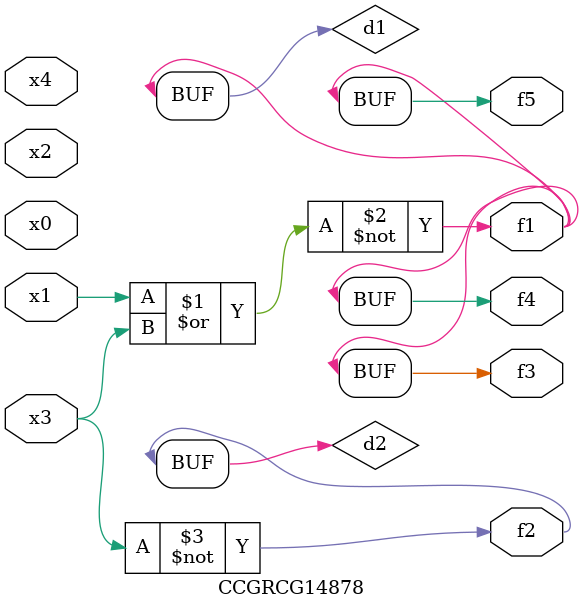
<source format=v>
module CCGRCG14878(
	input x0, x1, x2, x3, x4,
	output f1, f2, f3, f4, f5
);

	wire d1, d2;

	nor (d1, x1, x3);
	not (d2, x3);
	assign f1 = d1;
	assign f2 = d2;
	assign f3 = d1;
	assign f4 = d1;
	assign f5 = d1;
endmodule

</source>
